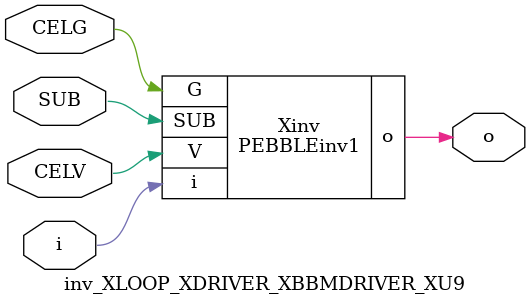
<source format=v>



module PEBBLEinv1 ( o, G, SUB, V, i );

  input V;
  input i;
  input G;
  output o;
  input SUB;
endmodule

//Celera Confidential Do Not Copy inv_XLOOP_XDRIVER_XBBMDRIVER_XU9
//Celera Confidential Symbol Generator
//5V Inverter
module inv_XLOOP_XDRIVER_XBBMDRIVER_XU9 (CELV,CELG,i,o,SUB);
input CELV;
input CELG;
input i;
input SUB;
output o;

//Celera Confidential Do Not Copy inv
PEBBLEinv1 Xinv(
.V (CELV),
.i (i),
.o (o),
.SUB (SUB),
.G (CELG)
);
//,diesize,PEBBLEinv1

//Celera Confidential Do Not Copy Module End
//Celera Schematic Generator
endmodule

</source>
